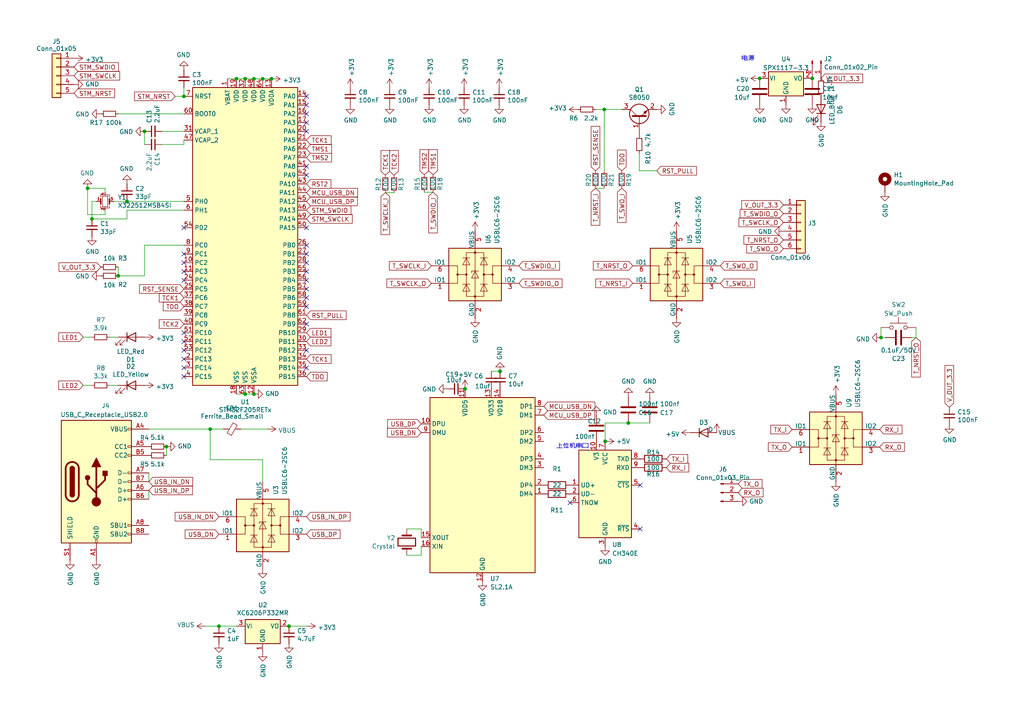
<source format=kicad_sch>
(kicad_sch (version 20230121) (generator eeschema)
  (paper "A4")
  (junction (at 134.874 112.776))
  (junction (at 235.585 22.733))
  (junction (at 63.5 181.61))
  (junction (at 53.34 27.94))
  (junction (at 76.2 22.86))
  (junction (at 36.83 58.42))
  (junction (at 48.26 129.54))
  (junction (at 175.514 128.016))
  (junction (at 145.034 107.696))
  (junction (at 25.4 54.61))
  (junction (at 68.58 22.86))
  (junction (at 73.66 114.3))
  (junction (at 71.12 22.86))
  (junction (at 41.91 38.1))
  (junction (at 78.74 22.86))
  (junction (at 60.96 124.46))
  (junction (at 182.245 122.682))
  (junction (at 26.67 63.5))
  (junction (at 255.524 97.917))
  (junction (at 83.82 181.61))
  (junction (at 220.345 22.733))
  (junction (at 175.26 31.75))
  (junction (at 73.66 22.86))
  (junction (at 71.12 114.3))
  (junction (at 34.29 80.01))
  (no_connect (at 88.9 78.74))
  (no_connect (at 88.9 27.94))
  (no_connect (at 88.9 48.26))
  (no_connect (at 88.9 73.66))
  (no_connect (at 165.354 145.796))
  (no_connect (at 88.9 76.2))
  (no_connect (at 185.674 140.716))
  (no_connect (at 88.9 88.9))
  (no_connect (at 88.9 81.28))
  (no_connect (at 88.9 38.1))
  (no_connect (at 53.34 76.2))
  (no_connect (at 185.674 153.416))
  (no_connect (at 53.34 109.22))
  (no_connect (at 53.34 101.6))
  (no_connect (at 88.9 86.36))
  (no_connect (at 88.9 33.02))
  (no_connect (at 88.9 66.04))
  (no_connect (at 53.34 73.66))
  (no_connect (at 88.9 71.12))
  (no_connect (at 88.9 101.6))
  (no_connect (at 53.34 81.28))
  (no_connect (at 53.34 96.52))
  (no_connect (at 53.34 106.68))
  (no_connect (at 88.9 93.98))
  (no_connect (at 88.9 106.68))
  (no_connect (at 53.34 99.06))
  (no_connect (at 88.9 50.8))
  (no_connect (at 53.34 66.04))
  (no_connect (at 88.9 30.48))
  (no_connect (at 88.9 83.82))
  (no_connect (at 88.9 35.56))
  (no_connect (at 53.34 104.14))
  (no_connect (at 53.34 78.74))
  (wire (pts (xy 36.83 58.42) (xy 53.34 58.42)))
  (wire (pts (xy 182.245 122.682) (xy 188.468 122.682)))
  (wire (pts (xy 34.29 80.01) (xy 41.91 80.01)))
  (wire (pts (xy 76.2 22.86) (xy 78.74 22.86)))
  (wire (pts (xy 66.04 22.86) (xy 68.58 22.86)))
  (wire (pts (xy 34.29 80.01) (xy 34.29 77.47)))
  (wire (pts (xy 60.96 124.46) (xy 60.96 133.35)))
  (wire (pts (xy 50.8 27.94) (xy 53.34 27.94)))
  (wire (pts (xy 73.66 22.86) (xy 76.2 22.86)))
  (wire (pts (xy 36.83 60.96) (xy 36.83 63.5)))
  (wire (pts (xy 46.99 41.91) (xy 53.34 41.91)))
  (wire (pts (xy 255.524 97.917) (xy 256.794 97.917)))
  (wire (pts (xy 30.48 62.23) (xy 25.4 62.23)))
  (wire (pts (xy 41.91 80.01) (xy 41.91 71.12)))
  (wire (pts (xy 30.48 54.61) (xy 30.48 55.88)))
  (wire (pts (xy 43.18 142.24) (xy 43.18 144.78)))
  (wire (pts (xy 175.514 122.682) (xy 182.245 122.682)))
  (wire (pts (xy 36.83 63.5) (xy 26.67 63.5)))
  (wire (pts (xy 33.02 58.42) (xy 36.83 58.42)))
  (wire (pts (xy 83.82 181.61) (xy 88.9 181.61)))
  (wire (pts (xy 175.26 31.75) (xy 175.26 49.53)))
  (wire (pts (xy 36.83 60.96) (xy 53.34 60.96)))
  (wire (pts (xy 265.684 97.917) (xy 264.414 97.917)))
  (wire (pts (xy 60.96 124.46) (xy 64.77 124.46)))
  (wire (pts (xy 71.12 114.3) (xy 73.66 114.3)))
  (wire (pts (xy 172.72 31.75) (xy 175.26 31.75)))
  (wire (pts (xy 41.91 71.12) (xy 53.34 71.12)))
  (wire (pts (xy 43.18 137.16) (xy 43.18 139.7)))
  (wire (pts (xy 34.29 33.02) (xy 53.34 33.02)))
  (wire (pts (xy 31.75 97.79) (xy 34.29 97.79)))
  (wire (pts (xy 68.58 22.86) (xy 71.12 22.86)))
  (wire (pts (xy 123.063 55.753) (xy 125.603 55.753)))
  (wire (pts (xy 122.174 155.956) (xy 122.174 153.416)))
  (wire (pts (xy 185.42 49.53) (xy 185.42 44.45)))
  (wire (pts (xy 26.67 58.42) (xy 26.67 63.5)))
  (wire (pts (xy 60.96 133.35) (xy 76.2 133.35)))
  (wire (pts (xy 59.69 181.61) (xy 63.5 181.61)))
  (wire (pts (xy 46.99 38.1) (xy 53.34 38.1)))
  (wire (pts (xy 180.34 31.75) (xy 175.26 31.75)))
  (wire (pts (xy 71.12 22.86) (xy 73.66 22.86)))
  (wire (pts (xy 24.13 97.79) (xy 26.67 97.79)))
  (wire (pts (xy 122.174 153.416) (xy 117.983 153.416)))
  (wire (pts (xy 30.48 60.96) (xy 30.48 62.23)))
  (wire (pts (xy 172.72 54.61) (xy 175.26 54.61)))
  (wire (pts (xy 31.75 111.76) (xy 34.29 111.76)))
  (wire (pts (xy 122.174 158.496) (xy 122.174 161.036)))
  (wire (pts (xy 255.524 94.996) (xy 255.524 97.917)))
  (wire (pts (xy 122.174 161.036) (xy 117.983 161.036)))
  (wire (pts (xy 53.34 25.4) (xy 53.34 27.94)))
  (wire (pts (xy 25.4 62.23) (xy 25.4 54.61)))
  (wire (pts (xy 24.13 111.76) (xy 26.67 111.76)))
  (wire (pts (xy 43.18 124.46) (xy 60.96 124.46)))
  (wire (pts (xy 48.26 129.54) (xy 48.26 132.08)))
  (wire (pts (xy 53.34 41.91) (xy 53.34 40.64)))
  (wire (pts (xy 63.5 181.61) (xy 68.58 181.61)))
  (wire (pts (xy 190.5 49.53) (xy 185.42 49.53)))
  (wire (pts (xy 69.85 124.46) (xy 77.47 124.46)))
  (wire (pts (xy 68.58 114.3) (xy 71.12 114.3)))
  (wire (pts (xy 175.514 128.016) (xy 175.514 122.682)))
  (wire (pts (xy 142.494 107.696) (xy 145.034 107.696)))
  (wire (pts (xy 27.94 58.42) (xy 26.67 58.42)))
  (wire (pts (xy 111.76 55.88) (xy 114.3 55.88)))
  (wire (pts (xy 76.2 133.35) (xy 76.2 139.7)))
  (wire (pts (xy 265.684 94.996) (xy 265.684 97.917)))
  (wire (pts (xy 25.4 54.61) (xy 30.48 54.61)))
  (wire (pts (xy 41.91 38.1) (xy 41.91 41.91)))
  (text "电源\n" (at 215.011 17.907 0) (effects (font (size 1.27 1.27)) (justify left bottom)))
  (text "上位机串口" (at 161.29 130.302 0) (effects (font (size 1.27 1.27)) (justify left bottom)))
  (global_label "TDO" (shape input) (at 180.34 49.53 90) (property "Intersheetrefs" "${INTERSHEET_REFS}" (effects hide)))
  (global_label "TCK1" (shape input) (at 53.34 86.36 180) (property "Intersheetrefs" "${INTERSHEET_REFS}" (effects hide)))
  (global_label "TDO" (shape input) (at 88.9 109.22 0) (property "Intersheetrefs" "${INTERSHEET_REFS}" (effects hide)))
  (global_label "T_SWDIO_I" (shape input) (at 125.603 55.753 270) (property "Intersheetrefs" "${INTERSHEET_REFS}" (effects hide)))
  (global_label "T_NRST_I" (shape input) (at 172.72 54.61 270) (property "Intersheetrefs" "${INTERSHEET_REFS}" (effects hide)))
  (global_label "T_SWO_I" (shape input) (at 208.915 82.169 0) (property "Intersheetrefs" "${INTERSHEET_REFS}" (effects hide)))
  (global_label "RX_O" (shape input) (at 214.122 142.875 0) (property "Intersheetrefs" "${INTERSHEET_REFS}" (effects hide)))
  (global_label "T_NRST_I" (shape input) (at 183.515 82.169 180) (property "Intersheetrefs" "${INTERSHEET_REFS}" (effects hide)))
  (global_label "LED1" (shape input) (at 24.13 97.79 180) (property "Intersheetrefs" "${INTERSHEET_REFS}" (effects hide)))
  (global_label "T_SWCLK_I" (shape input) (at 111.76 55.88 270) (property "Intersheetrefs" "${INTERSHEET_REFS}" (effects hide)))
  (global_label "TMS2" (shape input) (at 88.9 45.72 0) (property "Intersheetrefs" "${INTERSHEET_REFS}" (effects hide)))
  (global_label "TX_O" (shape input) (at 229.743 129.667 180) (property "Intersheetrefs" "${INTERSHEET_REFS}" (effects hide)))
  (global_label "MCU_USB_DN" (shape input) (at 157.734 117.856 0) (property "Intersheetrefs" "${INTERSHEET_REFS}" (effects hide)))
  (global_label "MCU_USB_DP" (shape input) (at 88.9 58.42 0) (property "Intersheetrefs" "${INTERSHEET_REFS}" (effects hide)))
  (global_label "USB_IN_DN" (shape input) (at 43.18 139.7 0) (property "Intersheetrefs" "${INTERSHEET_REFS}" (effects hide)))
  (global_label "STM_NRST" (shape input) (at 21.463 27.051 0) (property "Intersheetrefs" "${INTERSHEET_REFS}" (effects hide)))
  (global_label "RST_PULL" (shape input) (at 190.5 49.53 0) (property "Intersheetrefs" "${INTERSHEET_REFS}" (effects hide)))
  (global_label "T_SWO_I" (shape input) (at 180.34 54.61 270) (property "Intersheetrefs" "${INTERSHEET_REFS}" (effects hide)))
  (global_label "TCK2" (shape input) (at 53.34 93.98 180) (property "Intersheetrefs" "${INTERSHEET_REFS}" (effects hide)))
  (global_label "T_NRST_O" (shape input) (at 265.684 97.917 270) (property "Intersheetrefs" "${INTERSHEET_REFS}" (effects hide)))
  (global_label "V_OUT_3.3" (shape input) (at 227.203 59.436 180) (property "Intersheetrefs" "${INTERSHEET_REFS}" (effects hide)))
  (global_label "V_OUT_3.3" (shape input) (at 238.125 22.733 0) (property "Intersheetrefs" "${INTERSHEET_REFS}" (effects hide)))
  (global_label "T_SWCLK_O" (shape input) (at 125.095 82.169 180) (property "Intersheetrefs" "${INTERSHEET_REFS}" (effects hide)))
  (global_label "STM_SWCLK" (shape input) (at 88.9 63.5 0) (property "Intersheetrefs" "${INTERSHEET_REFS}" (effects hide)))
  (global_label "TX_I" (shape input) (at 229.743 124.587 180) (property "Intersheetrefs" "${INTERSHEET_REFS}" (effects hide)))
  (global_label "TX_O" (shape input) (at 214.122 140.335 0) (property "Intersheetrefs" "${INTERSHEET_REFS}" (effects hide)))
  (global_label "USB_DN" (shape input) (at 63.5 154.94 180) (property "Intersheetrefs" "${INTERSHEET_REFS}" (effects hide)))
  (global_label "RX_I" (shape input) (at 193.294 135.636 0) (property "Intersheetrefs" "${INTERSHEET_REFS}" (effects hide)))
  (global_label "V_OUT_3.3" (shape input) (at 29.21 77.47 180) (property "Intersheetrefs" "${INTERSHEET_REFS}" (effects hide)))
  (global_label "USB_DN" (shape input) (at 122.174 125.476 180) (property "Intersheetrefs" "${INTERSHEET_REFS}" (effects hide)))
  (global_label "RST_SENSE" (shape input) (at 172.72 49.53 90) (property "Intersheetrefs" "${INTERSHEET_REFS}" (effects hide)))
  (global_label "T_NRST_O" (shape input) (at 183.515 77.089 180) (property "Intersheetrefs" "${INTERSHEET_REFS}" (effects hide)))
  (global_label "T_NRST_O" (shape input) (at 227.203 69.596 180) (property "Intersheetrefs" "${INTERSHEET_REFS}" (effects hide)))
  (global_label "T_SWO_O" (shape input) (at 227.203 72.136 180) (property "Intersheetrefs" "${INTERSHEET_REFS}" (effects hide)))
  (global_label "TCK1" (shape input) (at 111.76 50.8 90) (property "Intersheetrefs" "${INTERSHEET_REFS}" (effects hide)))
  (global_label "TCK1" (shape input) (at 88.9 104.14 0) (property "Intersheetrefs" "${INTERSHEET_REFS}" (effects hide)))
  (global_label "LED2" (shape input) (at 88.9 99.06 0) (property "Intersheetrefs" "${INTERSHEET_REFS}" (effects hide)))
  (global_label "T_SWCLK_O" (shape input) (at 227.203 64.516 180) (property "Intersheetrefs" "${INTERSHEET_REFS}" (effects hide)))
  (global_label "USB_IN_DN" (shape input) (at 63.5 149.86 180) (property "Intersheetrefs" "${INTERSHEET_REFS}" (effects hide)))
  (global_label "RST_PULL" (shape input) (at 88.9 91.44 0) (property "Intersheetrefs" "${INTERSHEET_REFS}" (effects hide)))
  (global_label "TMS1" (shape input) (at 88.9 43.18 0) (property "Intersheetrefs" "${INTERSHEET_REFS}" (effects hide)))
  (global_label "STM_SWDIO" (shape input) (at 88.9 60.96 0) (property "Intersheetrefs" "${INTERSHEET_REFS}" (effects hide)))
  (global_label "LED1" (shape input) (at 88.9 96.52 0) (property "Intersheetrefs" "${INTERSHEET_REFS}" (effects hide)))
  (global_label "TCK1" (shape input) (at 88.9 40.64 0) (property "Intersheetrefs" "${INTERSHEET_REFS}" (effects hide)))
  (global_label "USB_IN_DP" (shape input) (at 88.9 149.86 0) (property "Intersheetrefs" "${INTERSHEET_REFS}" (effects hide)))
  (global_label "RST_SENSE" (shape input) (at 53.34 83.82 180) (property "Intersheetrefs" "${INTERSHEET_REFS}" (effects hide)))
  (global_label "RST2" (shape input) (at 88.9 53.34 0) (property "Intersheetrefs" "${INTERSHEET_REFS}" (effects hide)))
  (global_label "TMS1" (shape input) (at 125.603 50.673 90) (property "Intersheetrefs" "${INTERSHEET_REFS}" (effects hide)))
  (global_label "T_SWDIO_O" (shape input) (at 227.203 61.976 180) (property "Intersheetrefs" "${INTERSHEET_REFS}" (effects hide)))
  (global_label "STM_NRST" (shape input) (at 50.8 27.94 180) (property "Intersheetrefs" "${INTERSHEET_REFS}" (effects hide)))
  (global_label "MCU_USB_DN" (shape input) (at 88.9 55.88 0) (property "Intersheetrefs" "${INTERSHEET_REFS}" (effects hide)))
  (global_label "TCK2" (shape input) (at 114.3 50.8 90) (property "Intersheetrefs" "${INTERSHEET_REFS}" (effects hide)))
  (global_label "STM_SWCLK" (shape input) (at 21.463 21.971 0) (property "Intersheetrefs" "${INTERSHEET_REFS}" (effects hide)))
  (global_label "USB_DP" (shape input) (at 88.9 154.94 0) (property "Intersheetrefs" "${INTERSHEET_REFS}" (effects hide)))
  (global_label "USB_IN_DP" (shape input) (at 43.18 142.24 0) (property "Intersheetrefs" "${INTERSHEET_REFS}" (effects hide)))
  (global_label "T_SWDIO_I" (shape input) (at 150.495 77.089 0) (property "Intersheetrefs" "${INTERSHEET_REFS}" (effects hide)))
  (global_label "MCU_USB_DP" (shape input) (at 157.734 120.396 0) (property "Intersheetrefs" "${INTERSHEET_REFS}" (effects hide)))
  (global_label "STM_SWDIO" (shape input) (at 21.463 19.431 0) (property "Intersheetrefs" "${INTERSHEET_REFS}" (effects hide)))
  (global_label "TX_I" (shape input) (at 193.294 133.096 0) (property "Intersheetrefs" "${INTERSHEET_REFS}" (effects hide)))
  (global_label "V_OUT_3.3" (shape input) (at 275.336 118.11 90) (property "Intersheetrefs" "${INTERSHEET_REFS}" (effects hide)))
  (global_label "RX_O" (shape input) (at 255.143 129.667 0) (property "Intersheetrefs" "${INTERSHEET_REFS}" (effects hide)))
  (global_label "USB_DP" (shape input) (at 122.174 122.936 180) (property "Intersheetrefs" "${INTERSHEET_REFS}" (effects hide)))
  (global_label "TMS2" (shape input) (at 123.063 50.673 90) (property "Intersheetrefs" "${INTERSHEET_REFS}" (effects hide)))
  (global_label "T_SWCLK_I" (shape input) (at 125.095 77.089 180) (property "Intersheetrefs" "${INTERSHEET_REFS}" (effects hide)))
  (global_label "RX_I" (shape input) (at 255.143 124.587 0) (property "Intersheetrefs" "${INTERSHEET_REFS}" (effects hide)))
  (global_label "T_SWO_O" (shape input) (at 208.915 77.089 0) (property "Intersheetrefs" "${INTERSHEET_REFS}" (effects hide)))
  (global_label "T_SWDIO_O" (shape input) (at 150.495 82.169 0) (property "Intersheetrefs" "${INTERSHEET_REFS}" (effects hide)))
  (global_label "TDO" (shape input) (at 53.34 88.9 180) (property "Intersheetrefs" "${INTERSHEET_REFS}" (effects hide)))
  (global_label "LED2" (shape input) (at 24.13 111.76 180) (property "Intersheetrefs" "${INTERSHEET_REFS}" (effects hide)))
  (symbol (lib_id "Device:C_Small") (at 26.67 66.04 0) (unit 1)
    (property "Reference" "C1" (at 29.0068 64.8716 0) (effects (justify left)))
    (property "Value" "33pF" (at 29.0068 67.183 0) (effects (justify left)))
    (property "Footprint" "Capacitor_SMD:C_0402_1005Metric" (effects hide))
  )
  (symbol (lib_id "Device:C_Small") (at 36.83 55.88 0) (unit 1)
    (property "Reference" "C2" (at 39.1668 54.7116 0) (effects (justify left)))
    (property "Value" "33pF" (at 39.1668 57.023 0) (effects (justify left)))
    (property "Footprint" "Capacitor_SMD:C_0402_1005Metric" (effects hide))
  )
  (symbol (lib_id "power:GND") (at 36.83 53.34 180) (unit 1)
    (property "Reference" "#PWR03" (effects hide))
    (property "Value" "GND" (at 36.703 48.9458 0))
  )
  (symbol (lib_id "power:GND") (at 26.67 68.58 0) (unit 1)
    (property "Reference" "#PWR01" (effects hide))
    (property "Value" "GND" (at 26.797 72.9742 0))
  )
  (symbol (lib_id "Device:R_Small") (at 31.75 80.01 90) (unit 1)
    (property "Reference" "R2" (at 35.56 82.55 90))
    (property "Value" "10k" (at 31.75 82.677 90))
    (property "Footprint" "Resistor_SMD:R_0402_1005Metric" (effects hide))
  )
  (symbol (lib_id "Device:R_Small") (at 31.75 77.47 90) (unit 1)
    (property "Reference" "R3" (at 35.56 74.93 90))
    (property "Value" "10k" (at 31.75 74.93 90))
    (property "Footprint" "Resistor_SMD:R_0402_1005Metric" (effects hide))
  )
  (symbol (lib_id "power:GND") (at 29.21 80.01 270) (unit 1)
    (property "Reference" "#PWR05" (effects hide))
    (property "Value" "GND" (at 25.9588 80.137 90) (effects (justify right)))
  )
  (symbol (lib_id "Device:LED") (at 38.1 97.79 0) (unit 1)
    (property "Reference" "D1" (at 37.9222 104.267 0))
    (property "Value" "LED_Red" (at 37.9222 101.9556 0))
    (property "Footprint" "LED_SMD:LED_0603_1608Metric_Pad1.05x0.95mm_HandSolder" (effects hide))
    (property "LCSC" "C2286" (effects hide))
  )
  (symbol (lib_id "Device:LED") (at 38.1 111.76 0) (unit 1)
    (property "Reference" "D2" (at 37.9222 106.2736 0))
    (property "Value" "LED_Yellow" (at 37.9222 108.585 0))
    (property "Footprint" "LED_SMD:LED_0603_1608Metric_Pad1.05x0.95mm_HandSolder" (effects hide))
    (property "LCSC" "C72038" (effects hide))
  )
  (symbol (lib_id "AdvancedSTLink-rescue:+3.3V-power") (at 41.91 111.76 270) (unit 1)
    (property "Reference" "#PWR023" (effects hide))
    (property "Value" "+3.3V" (at 45.1612 112.141 90) (effects (justify left)))
  )
  (symbol (lib_id "Device:R_Small") (at 29.21 97.79 270) (unit 1)
    (property "Reference" "R7" (at 29.21 92.8116 90))
    (property "Value" "3.9k" (at 29.21 95.123 90))
    (property "Footprint" "Resistor_SMD:R_0402_1005Metric" (effects hide))
  )
  (symbol (lib_id "Device:R_Small") (at 29.21 111.76 270) (unit 1)
    (property "Reference" "R8" (at 29.21 106.7816 90))
    (property "Value" "3.3k" (at 29.21 109.093 90))
    (property "Footprint" "Resistor_SMD:R_0402_1005Metric" (effects hide))
  )
  (symbol (lib_id "power:GND") (at 21.463 24.511 90) (unit 1)
    (property "Reference" "#PWR030" (effects hide))
    (property "Value" "GND" (at 24.7142 24.384 90) (effects (justify right)))
  )
  (symbol (lib_id "AdvancedSTLink-rescue:+3.3V-power") (at 21.463 16.891 270) (unit 1)
    (property "Reference" "#PWR027" (effects hide))
    (property "Value" "+3.3V" (at 24.7142 17.272 90) (effects (justify left)))
  )
  (symbol (lib_id "Device:C_Small") (at 53.34 22.86 0) (unit 1)
    (property "Reference" "C3" (at 55.6768 21.6916 0) (effects (justify left)))
    (property "Value" "100nF" (at 55.6768 24.003 0) (effects (justify left)))
    (property "Footprint" "Capacitor_SMD:C_0402_1005Metric" (effects hide))
  )
  (symbol (lib_id "power:GND") (at 53.34 20.32 180) (unit 1)
    (property "Reference" "#PWR06" (effects hide))
    (property "Value" "GND" (at 53.213 15.9258 0))
  )
  (symbol (lib_id "power:GND") (at 27.94 162.56 0) (unit 1)
    (property "Reference" "#PWR04" (effects hide))
    (property "Value" "GND" (at 28.067 165.8112 90) (effects (justify right)))
  )
  (symbol (lib_id "power:GND") (at 20.32 162.56 0) (unit 1)
    (property "Reference" "#PWR02" (effects hide))
    (property "Value" "GND" (at 20.447 165.8112 90) (effects (justify right)))
  )
  (symbol (lib_id "AdvancedSTLink-rescue:USBLC6-2SC6-Power_Protection") (at 76.2 152.4 0) (unit 1)
    (property "Reference" "U3" (at 80.01 143.51 90) (effects (justify left)))
    (property "Value" "USBLC6-2SC6" (at 82.55 143.51 90) (effects (justify left)))
    (property "Footprint" "lc:SOT-23-6" (effects hide))
    (property "Datasheet" "http://www2.st.com/resource/en/datasheet/CD00050750.pdf" (effects hide))
    (property "LCSC" "C15999" (effects hide))
  )
  (symbol (lib_id "power:GND") (at 76.2 165.1 0) (unit 1)
    (property "Reference" "#PWR019" (effects hide))
    (property "Value" "GND" (at 76.327 168.3512 90) (effects (justify right)))
  )
  (symbol (lib_id "power:VBUS") (at 77.47 124.46 270) (unit 1)
    (property "Reference" "#PWR09" (effects hide))
    (property "Value" "VBUS" (at 80.7212 124.841 90) (effects (justify left)))
  )
  (symbol (lib_id "Device:R_Small") (at 45.72 129.54 270) (unit 1)
    (property "Reference" "R4" (at 41.91 127 90))
    (property "Value" "5.1k" (at 45.72 126.873 90))
    (property "Footprint" "Resistor_SMD:R_0402_1005Metric" (effects hide))
  )
  (symbol (lib_id "Device:R_Small") (at 45.72 132.08 270) (unit 1)
    (property "Reference" "R5" (at 41.91 134.62 90))
    (property "Value" "5.1k" (at 45.72 134.62 90))
    (property "Footprint" "Resistor_SMD:R_0402_1005Metric" (effects hide))
  )
  (symbol (lib_id "power:GND") (at 48.26 129.54 90) (unit 1)
    (property "Reference" "#PWR011" (effects hide))
    (property "Value" "GND" (at 51.5112 129.413 90) (effects (justify right)))
  )
  (symbol (lib_id "power:GND") (at 76.2 189.23 0) (unit 1)
    (property "Reference" "#PWR014" (effects hide))
    (property "Value" "GND" (at 76.327 192.4812 90) (effects (justify right)))
  )
  (symbol (lib_id "power:VBUS") (at 59.69 181.61 90) (unit 1)
    (property "Reference" "#PWR010" (effects hide))
    (property "Value" "VBUS" (at 56.4642 181.229 90) (effects (justify left)))
  )
  (symbol (lib_id "AdvancedSTLink-rescue:+3.3V-power") (at 88.9 181.61 270) (unit 1)
    (property "Reference" "#PWR017" (effects hide))
    (property "Value" "+3.3V" (at 92.1512 181.991 90) (effects (justify left)))
  )
  (symbol (lib_id "Device:C_Small") (at 63.5 184.15 0) (unit 1)
    (property "Reference" "C4" (at 65.8368 182.9816 0) (effects (justify left)))
    (property "Value" "1uF" (at 65.8368 185.293 0) (effects (justify left)))
    (property "Footprint" "Capacitor_SMD:C_0402_1005Metric" (effects hide))
  )
  (symbol (lib_id "power:GND") (at 63.5 186.69 0) (unit 1)
    (property "Reference" "#PWR012" (effects hide))
    (property "Value" "GND" (at 63.627 189.9412 90) (effects (justify right)))
  )
  (symbol (lib_id "Device:C_Small") (at 83.82 184.15 0) (unit 1)
    (property "Reference" "C5" (at 86.1568 182.9816 0) (effects (justify left)))
    (property "Value" "4.7uF" (at 86.1568 185.293 0) (effects (justify left)))
    (property "Footprint" "Capacitor_SMD:C_0603_1608Metric" (effects hide))
  )
  (symbol (lib_id "Regulator_Linear:XC6206PxxxMR") (at 76.2 181.61 0) (unit 1)
    (property "Reference" "U2" (at 76.2 175.4632 0))
    (property "Value" "XC6206P332MR" (at 76.2 177.7746 0))
    (property "Footprint" "lc:SOT-23(SOT-23-3)" (effects hide))
    (property "Datasheet" "https://www.torexsemi.com/file/xc6206/XC6206.pdf" (effects hide))
    (property "LCSC" "C5446" (effects hide))
  )
  (symbol (lib_id "power:GND") (at 83.82 186.69 0) (unit 1)
    (property "Reference" "#PWR016" (effects hide))
    (property "Value" "GND" (at 83.947 189.9412 90) (effects (justify right)))
  )
  (symbol (lib_id "Device:R_Small") (at 238.125 25.273 0) (unit 1)
    (property "Reference" "R9" (at 240.665 29.083 90))
    (property "Value" "1.5k" (at 240.665 24.003 90))
    (property "Footprint" "Resistor_SMD:R_0402_1005Metric" (effects hide))
  )
  (symbol (lib_id "power:GND") (at 227.203 67.056 270) (unit 1)
    (property "Reference" "#PWR040" (effects hide))
    (property "Value" "GND" (at 223.9518 67.183 90) (effects (justify right)))
  )
  (symbol (lib_id "AdvancedSTLink-rescue:+3.3V-power") (at 101.6 25.4 0) (unit 1)
    (property "Reference" "#PWR043" (effects hide))
    (property "Value" "+3.3V" (at 101.981 22.1488 90) (effects (justify left)))
  )
  (symbol (lib_id "Device:C_Small") (at 101.6 27.94 0) (unit 1)
    (property "Reference" "C8" (at 103.9368 26.7716 0) (effects (justify left)))
    (property "Value" "100nF" (at 103.9368 29.083 0) (effects (justify left)))
    (property "Footprint" "Capacitor_SMD:C_0402_1005Metric" (effects hide))
  )
  (symbol (lib_id "power:GND") (at 101.6 30.48 0) (unit 1)
    (property "Reference" "#PWR044" (effects hide))
    (property "Value" "GND" (at 101.727 34.8742 0))
  )
  (symbol (lib_id "AdvancedSTLink-rescue:+3.3V-power") (at 113.03 25.4 0) (unit 1)
    (property "Reference" "#PWR045" (effects hide))
    (property "Value" "+3.3V" (at 113.411 22.1488 90) (effects (justify left)))
  )
  (symbol (lib_id "Device:C_Small") (at 113.03 27.94 0) (unit 1)
    (property "Reference" "C9" (at 115.3668 26.7716 0) (effects (justify left)))
    (property "Value" "100nF" (at 115.3668 29.083 0) (effects (justify left)))
    (property "Footprint" "Capacitor_SMD:C_0402_1005Metric" (effects hide))
  )
  (symbol (lib_id "power:GND") (at 113.03 30.48 0) (unit 1)
    (property "Reference" "#PWR046" (effects hide))
    (property "Value" "GND" (at 113.157 34.8742 0))
  )
  (symbol (lib_id "AdvancedSTLink-rescue:+3.3V-power") (at 124.46 25.4 0) (unit 1)
    (property "Reference" "#PWR047" (effects hide))
    (property "Value" "+3.3V" (at 124.841 22.1488 90) (effects (justify left)))
  )
  (symbol (lib_id "Device:C_Small") (at 124.46 27.94 0) (unit 1)
    (property "Reference" "C10" (at 126.7968 26.7716 0) (effects (justify left)))
    (property "Value" "100nF" (at 126.7968 29.083 0) (effects (justify left)))
    (property "Footprint" "Capacitor_SMD:C_0402_1005Metric" (effects hide))
  )
  (symbol (lib_id "power:GND") (at 124.46 30.48 0) (unit 1)
    (property "Reference" "#PWR048" (effects hide))
    (property "Value" "GND" (at 124.587 34.8742 0))
  )
  (symbol (lib_id "AdvancedSTLink-rescue:+3.3V-power") (at 134.62 25.4 0) (unit 1)
    (property "Reference" "#PWR049" (effects hide))
    (property "Value" "+3.3V" (at 135.001 22.1488 90) (effects (justify left)))
  )
  (symbol (lib_id "Device:C_Small") (at 134.62 27.94 0) (unit 1)
    (property "Reference" "C11" (at 136.9568 26.7716 0) (effects (justify left)))
    (property "Value" "100nF" (at 136.9568 29.083 0) (effects (justify left)))
    (property "Footprint" "Capacitor_SMD:C_0402_1005Metric" (effects hide))
  )
  (symbol (lib_id "power:GND") (at 134.62 30.48 0) (unit 1)
    (property "Reference" "#PWR050" (effects hide))
    (property "Value" "GND" (at 134.747 34.8742 0))
  )
  (symbol (lib_id "Device:R_Small") (at 31.75 33.02 270) (unit 1)
    (property "Reference" "R17" (at 27.94 35.56 90))
    (property "Value" "100k" (at 33.02 35.56 90))
    (property "Footprint" "Resistor_SMD:R_0402_1005Metric" (effects hide))
  )
  (symbol (lib_id "power:GND") (at 29.21 33.02 270) (unit 1)
    (property "Reference" "#PWR042" (effects hide))
    (property "Value" "GND" (at 25.9588 33.147 90) (effects (justify right)))
  )
  (symbol (lib_id "AdvancedSTLink-rescue:USBLC6-2SC6-Power_Protection") (at 137.795 79.629 0) (unit 1)
    (property "Reference" "U6" (at 141.605 70.739 90) (effects (justify left)))
    (property "Value" "USBLC6-2SC6" (at 144.145 70.739 90) (effects (justify left)))
    (property "Footprint" "lc:SOT-23-6" (effects hide))
    (property "Datasheet" "http://www2.st.com/resource/en/datasheet/CD00050750.pdf" (effects hide))
    (property "LCSC" "C15999" (effects hide))
  )
  (symbol (lib_id "AdvancedSTLink-rescue:USBLC6-2SC6-Power_Protection") (at 196.215 79.629 0) (unit 1)
    (property "Reference" "U5" (at 200.025 70.739 90) (effects (justify left)))
    (property "Value" "USBLC6-2SC6" (at 202.565 70.739 90) (effects (justify left)))
    (property "Footprint" "lc:SOT-23-6" (effects hide))
    (property "Datasheet" "http://www2.st.com/resource/en/datasheet/CD00050750.pdf" (effects hide))
    (property "LCSC" "C15999" (effects hide))
  )
  (symbol (lib_id "power:GND") (at 137.795 92.329 0) (unit 1)
    (property "Reference" "#PWR0106" (effects hide))
    (property "Value" "GND" (at 137.922 95.5802 90) (effects (justify right)))
  )
  (symbol (lib_id "power:GND") (at 196.215 92.329 0) (unit 1)
    (property "Reference" "#PWR0107" (effects hide))
    (property "Value" "GND" (at 196.342 95.5802 90) (effects (justify right)))
  )
  (symbol (lib_id "AdvancedSTLink-rescue:+3.3V-power") (at 196.215 66.929 0) (unit 1)
    (property "Reference" "#PWR0108" (effects hide))
    (property "Value" "+3.3V" (at 196.596 63.6778 90) (effects (justify left)))
  )
  (symbol (lib_id "AdvancedSTLink-rescue:+3.3V-power") (at 137.795 66.929 0) (unit 1)
    (property "Reference" "#PWR0109" (effects hide))
    (property "Value" "+3.3V" (at 138.176 63.6778 90) (effects (justify left)))
  )
  (symbol (lib_id "AdvancedSTLink-rescue:STM32F205RETx-MCU_ST_STM32F2") (at 71.12 68.58 0) (unit 1)
    (property "Reference" "U1" (at 71.12 116.5606 0))
    (property "Value" "STM32F205RETx" (at 71.12 118.872 0))
    (property "Footprint" "Package_QFP:LQFP-64_10x10mm_P0.5mm" (effects hide))
    (property "Datasheet" "http://www.st.com/st-web-ui/static/active/en/resource/technical/document/datasheet/CD00237391.pdf" (effects hide))
  )
  (symbol (lib_id "AdvancedSTLink-rescue:+3.3V-power") (at 78.74 22.86 270) (unit 1)
    (property "Reference" "#PWR0102" (effects hide))
    (property "Value" "+3.3V" (at 81.9912 23.241 90) (effects (justify left)))
  )
  (symbol (lib_id "power:GND") (at 73.66 114.3 90) (unit 1)
    (property "Reference" "#PWR0103" (effects hide))
    (property "Value" "GND" (at 76.9112 114.173 90) (effects (justify right)))
  )
  (symbol (lib_id "Device:C_Small") (at 44.45 38.1 90) (unit 1)
    (property "Reference" "C13" (at 43.2816 35.7632 0) (effects (justify left)))
    (property "Value" "2.2uF" (at 45.593 35.7632 0) (effects (justify left)))
    (property "Footprint" "Capacitor_SMD:C_0402_1005Metric" (effects hide))
  )
  (symbol (lib_id "Device:C_Small") (at 44.45 41.91 270) (unit 1)
    (property "Reference" "C14" (at 45.6184 44.2468 0) (effects (justify left)))
    (property "Value" "2.2uF" (at 43.307 44.2468 0) (effects (justify left)))
    (property "Footprint" "Capacitor_SMD:C_0402_1005Metric" (effects hide))
  )
  (symbol (lib_id "power:GND") (at 41.91 38.1 270) (unit 1)
    (property "Reference" "#PWR0104" (effects hide))
    (property "Value" "GND" (at 38.6588 38.227 90) (effects (justify right)))
  )
  (symbol (lib_id "AdvancedSTLink-rescue:+3.3V-power") (at 41.91 97.79 270) (unit 1)
    (property "Reference" "#PWR0105" (effects hide))
    (property "Value" "+3.3V" (at 45.1612 98.171 90) (effects (justify left)))
  )
  (symbol (lib_id "Device:Crystal_GND24_Small") (at 30.48 58.42 0) (unit 1)
    (property "Reference" "Y1" (at 34.1376 57.2516 0) (effects (justify left)))
    (property "Value" "X322512MSB4SI" (at 34.1376 59.563 0) (effects (justify left)))
    (property "Footprint" "Crystal:Crystal_SMD_3225-4Pin_3.2x2.5mm" (effects hide))
    (property "LCSC" "C9002" (effects hide))
  )
  (symbol (lib_id "power:GND") (at 25.4 54.61 180) (unit 1)
    (property "Reference" "#PWR0110" (effects hide))
    (property "Value" "GND" (at 25.273 50.2158 0))
  )
  (symbol (lib_id "AdvancedSTLink-rescue:Ferrite_Bead_Small-Device") (at 67.31 124.46 270) (unit 1)
    (property "Reference" "FB1" (at 67.31 118.4402 90))
    (property "Value" "Ferrite_Bead_Small" (at 67.31 120.7516 90))
    (property "Footprint" "Inductor_SMD:L_0805_2012Metric" (effects hide))
  )
  (symbol (lib_id "Device:C_Small") (at 275.336 120.65 0) (unit 1)
    (property "Reference" "C15" (at 277.6728 119.4816 0) (effects (justify left)))
    (property "Value" "100nF" (at 277.6728 121.793 0) (effects (justify left)))
    (property "Footprint" "Capacitor_SMD:C_0402_1005Metric" (effects hide))
  )
  (symbol (lib_id "power:GND") (at 275.336 123.19 0) (unit 1)
    (property "Reference" "#PWR0101" (effects hide))
    (property "Value" "GND" (at 275.463 127.5842 0))
  )
  (symbol (lib_id "Device:LED") (at 238.125 31.623 270) (mirror x) (unit 1)
    (property "Reference" "D6" (at 243.6114 31.8008 0))
    (property "Value" "LED_Blue" (at 241.3 31.8008 0))
    (property "Footprint" "LED_SMD:LED_0603_1608Metric_Pad1.05x0.95mm_HandSolder" (effects hide))
    (property "LCSC" "C72041" (effects hide))
  )
  (symbol (lib_id "power:GND") (at 238.125 35.433 0) (unit 1)
    (property "Reference" "#PWR08" (effects hide))
    (property "Value" "GND" (at 238.252 38.6842 90) (effects (justify right)))
  )
  (symbol (lib_id "Transistor_BJT:MMBT3904") (at 185.42 34.29 90) (unit 1)
    (property "Reference" "Q1" (at 185.42 25.9588 90))
    (property "Value" "S8050" (at 185.42 28.2702 90))
    (property "Footprint" "lc:SOT-23(SOT-23-3)" (effects hide))
    (property "LCSC" "C2146" (effects hide))
  )
  (symbol (lib_id "Device:R_Small") (at 170.18 31.75 270) (unit 1)
    (property "Reference" "R6" (at 166.37 34.29 90))
    (property "Value" "2.2k" (at 171.45 34.29 90))
    (property "Footprint" "Resistor_SMD:R_0402_1005Metric" (effects hide))
  )
  (symbol (lib_id "AdvancedSTLink-rescue:+3.3V-power") (at 167.64 31.75 90) (unit 1)
    (property "Reference" "#PWR0112" (effects hide))
    (property "Value" "+3.3V" (at 164.3888 31.369 90) (effects (justify left)))
  )
  (symbol (lib_id "power:GND") (at 190.5 31.75 90) (unit 1)
    (property "Reference" "#PWR0113" (effects hide))
    (property "Value" "GND" (at 194.8942 31.623 0))
  )
  (symbol (lib_id "AdvancedSTLink-rescue:+3.3V-power") (at 144.78 25.4 0) (unit 1)
    (property "Reference" "#PWR0116" (effects hide))
    (property "Value" "+3.3V" (at 145.161 22.1488 90) (effects (justify left)))
  )
  (symbol (lib_id "Device:C_Small") (at 144.78 27.94 0) (unit 1)
    (property "Reference" "C18" (at 147.1168 26.7716 0) (effects (justify left)))
    (property "Value" "100nF" (at 147.1168 29.083 0) (effects (justify left)))
    (property "Footprint" "Capacitor_SMD:C_0402_1005Metric" (effects hide))
  )
  (symbol (lib_id "power:GND") (at 144.78 30.48 0) (unit 1)
    (property "Reference" "#PWR0117" (effects hide))
    (property "Value" "GND" (at 144.907 34.8742 0))
  )
  (symbol (lib_id "Device:R_Small") (at 185.42 41.91 0) (unit 1)
    (property "Reference" "R10" (at 187.96 45.72 90))
    (property "Value" "4.7k" (at 187.96 40.64 90))
    (property "Footprint" "Resistor_SMD:R_0402_1005Metric" (effects hide))
  )
  (symbol (lib_id "Device:R") (at 189.484 133.096 90) (unit 1)
    (property "Reference" "R14" (at 189.484 131.191 90))
    (property "Value" "100" (at 189.484 133.096 90))
    (property "Footprint" "Resistor_SMD:R_0402_1005Metric" (effects hide))
    (property "LCSC" "C22775" (effects hide))
  )
  (symbol (lib_id "Device:C") (at 235.585 26.543 0) (unit 1)
    (property "Reference" "C21" (at 238.506 25.7083 0) (effects (justify left)))
    (property "Value" "10uf" (at 238.506 28.2452 0) (effects (justify left)))
    (property "Footprint" "Capacitor_SMD:C_0805_2012Metric" (effects hide))
    (property "LCSC" "C15850" (effects hide))
    (property "Price" "0.06" (effects hide))
  )
  (symbol (lib_id "Regulator_Linear:AZ1117-3.3") (at 227.965 22.733 0) (unit 1)
    (property "Reference" "U4" (at 227.965 17.1282 0))
    (property "Value" "SPX1117-3.3" (at 227.965 19.6651 0))
    (property "Footprint" "Package_TO_SOT_SMD:SOT-223-3_TabPin2" (effects hide))
    (property "Datasheet" "https://www.diodes.com/assets/Datasheets/AZ1117.pdf" (effects hide))
    (property "LCSC" "C6862" (effects hide))
    (property "Price" "0.76" (effects hide))
  )
  (symbol (lib_id "Device:R_Small") (at 175.26 52.07 0) (mirror y) (unit 1)
    (property "Reference" "R21" (at 177.292 52.197 90))
    (property "Value" "100" (at 175.133 52.197 90))
    (property "Footprint" "Resistor_SMD:R_0402_1005Metric" (effects hide))
  )
  (symbol (lib_id "power:GND") (at 172.974 120.396 180) (unit 1)
    (property "Reference" "#PWR021" (effects hide))
    (property "Value" "GND" (at 174.879 119.5598 0) (effects (justify right)))
  )
  (symbol (lib_id "power:GND") (at 182.245 115.062 0) (mirror x) (unit 1)
    (property "Reference" "#PWR026" (effects hide))
    (property "Value" "GND" (at 182.245 110.6186 0))
  )
  (symbol (lib_id "Switch:SW_Push") (at 260.604 94.996 0) (unit 1)
    (property "Reference" "SW2" (at 260.604 88.3752 0))
    (property "Value" "SW_Push" (at 260.604 90.9121 0))
    (property "Footprint" "Button_Switch_SMD:SW_SPST_CK_RS282G05A3" (effects hide))
    (property "LCSC" "C557592" (effects hide))
  )
  (symbol (lib_id "power:+5V") (at 220.345 22.733 90) (unit 1)
    (property "Reference" "#PWR018" (effects hide))
    (property "Value" "+5V" (at 217.1701 23.1668 90) (effects (justify left)))
  )
  (symbol (lib_id "Device:C") (at 220.345 26.543 0) (mirror y) (unit 1)
    (property "Reference" "C20" (at 217.424 25.7083 0) (effects (justify left)))
    (property "Value" "10uf" (at 217.424 28.2452 0) (effects (justify left)))
    (property "Footprint" "Capacitor_SMD:C_0805_2012Metric" (effects hide))
    (property "LCSC" "C15850" (effects hide))
    (property "Price" "0.06" (effects hide))
  )
  (symbol (lib_id "power:+5V") (at 175.514 128.016 270) (unit 1)
    (property "Reference" "#PWR033" (effects hide))
    (property "Value" "+5V" (at 178.689 128.016 90) (effects (justify left)))
  )
  (symbol (lib_id "Connector:USB_C_Receptacle_USB2.0") (at 27.94 139.7 0) (unit 1)
    (property "Reference" "J4" (at 30.6578 117.6782 0))
    (property "Value" "USB_C_Receptacle_USB2.0" (at 30.226 120.269 0))
    (property "Footprint" "Connector_USB:USB_C_Receptacle_HRO_TYPE-C-31-M-12" (effects hide))
    (property "Datasheet" "https://www.usb.org/sites/default/files/documents/usb_type-c.zip" (effects hide))
    (property "LCSC" "C165948" (effects hide))
  )
  (symbol (lib_id "power:GND") (at 256.667 55.753 0) (unit 1)
    (property "Reference" "#PWR038" (effects hide))
    (property "Value" "GND" (at 256.794 59.0042 90) (effects (justify right)))
  )
  (symbol (lib_id "Device:C") (at 172.974 124.206 0) (unit 1)
    (property "Reference" "C12" (at 170.434 122.174 0) (effects (justify left)))
    (property "Value" "100nf" (at 166.751 126.619 0) (effects (justify left)))
    (property "Footprint" "Capacitor_SMD:C_0402_1005Metric" (effects hide))
  )
  (symbol (lib_id "power:GND") (at 175.514 158.496 0) (unit 1)
    (property "Reference" "#PWR024" (effects hide))
    (property "Value" "GND" (at 175.514 162.9394 0))
  )
  (symbol (lib_id "power:GND") (at 227.965 30.353 0) (unit 1)
    (property "Reference" "#PWR022" (effects hide))
    (property "Value" "GND" (at 227.965 34.7964 0))
  )
  (symbol (lib_id "Device:R") (at 161.544 143.256 90) (mirror x) (unit 1)
    (property "Reference" "R11" (at 161.544 147.9718 90))
    (property "Value" "22" (at 161.544 143.256 90))
    (property "Footprint" "Resistor_SMD:R_0402_1005Metric" (effects hide))
    (property "LCSC" "C23345" (effects hide))
  )
  (symbol (lib_id "Connector_Generic:Conn_01x05") (at 16.383 21.971 0) (mirror y) (unit 1)
    (property "Reference" "J5" (at 16.383 12.041 0))
    (property "Value" "Conn_01x05" (at 16.383 14.089 0))
    (property "Footprint" "KisonNew:JLinkDebugSWD" (effects hide))
  )
  (symbol (lib_id "Connector:Conn_01x03_Pin") (at 209.042 142.875 0) (unit 1)
    (property "Reference" "J6" (at 209.677 136.1145 0))
    (property "Value" "Conn_01x03_Pin" (at 209.677 138.5387 0))
    (property "Footprint" "Connector_PinHeader_2.54mm:PinHeader_1x03_P2.54mm_Vertical" (effects hide))
  )
  (symbol (lib_id "Device:C_Small") (at 142.494 110.236 0) (mirror y) (unit 1)
    (property "Reference" "C6" (at 140.1572 109.0676 0) (effects (justify left)))
    (property "Value" "10uf" (at 142.24 112.014 0) (effects (justify left)))
    (property "Footprint" "Capacitor_SMD:C_0805_2012Metric" (effects hide))
  )
  (symbol (lib_id "power:GND") (at 242.443 139.827 0) (unit 1)
    (property "Reference" "#PWR037" (effects hide))
    (property "Value" "GND" (at 242.57 143.0782 90) (effects (justify right)))
  )
  (symbol (lib_id "Device:R_Small") (at 172.72 52.07 0) (unit 1)
    (property "Reference" "R20" (at 170.688 52.197 90))
    (property "Value" "100" (at 172.847 52.197 90))
    (property "Footprint" "Resistor_SMD:R_0402_1005Metric" (effects hide))
  )
  (symbol (lib_id "Device:C") (at 260.604 97.917 270) (unit 1)
    (property "Reference" "C23" (at 260.604 104.013 90))
    (property "Value" "0.1uF/50V" (at 260.604 101.6 90))
    (property "Footprint" "Capacitor_SMD:C_0603_1608Metric" (effects hide))
  )
  (symbol (lib_id "power:GND") (at 235.585 30.353 0) (unit 1)
    (property "Reference" "#PWR025" (effects hide))
    (property "Value" "GND" (at 235.585 34.7964 0))
  )
  (symbol (lib_id "power:GND") (at 188.468 115.062 0) (mirror x) (unit 1)
    (property "Reference" "#PWR031" (effects hide))
    (property "Value" "GND" (at 188.468 110.6186 0))
  )
  (symbol (lib_id "Device:C_Small") (at 132.334 112.776 270) (unit 1)
    (property "Reference" "C19" (at 129.159 108.585 90) (effects (justify left)))
    (property "Value" "10uf" (at 129.413 110.236 90) (effects (justify left)))
    (property "Footprint" "Capacitor_SMD:C_0805_2012Metric" (effects hide))
  )
  (symbol (lib_id "Device:R_Small") (at 125.603 53.213 0) (mirror y) (unit 1)
    (property "Reference" "R18" (at 127.635 53.34 90))
    (property "Value" "100" (at 125.476 53.34 90))
    (property "Footprint" "Resistor_SMD:R_0402_1005Metric" (effects hide))
  )
  (symbol (lib_id "power:VBUS") (at 207.899 125.476 0) (mirror y) (unit 1)
    (property "Reference" "#PWR029" (effects hide))
    (property "Value" "VBUS" (at 210.82 125.476 0))
  )
  (symbol (lib_id "Connector_Generic:Conn_01x06") (at 232.283 64.516 0) (unit 1)
    (property "Reference" "J3" (at 234.315 64.762 0) (effects (justify left)))
    (property "Value" "Conn_01x06" (at 223.393 74.676 0) (effects (justify left)))
    (property "Footprint" "KisonNew:JLinkDebugSWDO" (effects hide))
  )
  (symbol (lib_id "power:+5V") (at 200.279 125.476 90) (unit 1)
    (property "Reference" "#PWR032" (effects hide))
    (property "Value" "+5V" (at 197.1041 125.9098 90) (effects (justify left)))
  )
  (symbol (lib_id "power:GND") (at 145.034 107.696 180) (unit 1)
    (property "Reference" "#PWR013" (effects hide))
    (property "Value" "GND" (at 144.907 104.4448 90) (effects (justify right)))
  )
  (symbol (lib_id "Device:C") (at 182.245 118.872 0) (mirror x) (unit 1)
    (property "Reference" "C16" (at 185.166 119.7067 0) (effects (justify left)))
    (property "Value" "100nf" (at 185.166 117.1698 0) (effects (justify left)))
    (property "Footprint" "Capacitor_SMD:C_0402_1005Metric" (effects hide))
  )
  (symbol (lib_id "Interface_USB:CH340E") (at 175.514 143.256 0) (unit 1)
    (property "Reference" "U8" (at 177.5334 157.9864 0) (effects (justify left)))
    (property "Value" "CH340E" (at 177.5334 160.5233 0) (effects (justify left)))
    (property "Footprint" "Package_SO:MSOP-10_3x3mm_P0.5mm" (effects hide))
    (property "Datasheet" "https://www.mpja.com/download/35227cpdata.pdf" (effects hide))
    (property "LCSC" "C99652" (effects hide))
  )
  (symbol (lib_id "Device:R_Small") (at 111.76 53.34 0) (unit 1)
    (property "Reference" "R12" (at 109.728 53.467 90))
    (property "Value" "100" (at 111.887 53.467 90))
    (property "Footprint" "Resistor_SMD:R_0402_1005Metric" (effects hide))
  )
  (symbol (lib_id "Device:Crystal") (at 117.983 157.226 270) (mirror x) (unit 1)
    (property "Reference" "Y2" (at 114.6556 156.0139 90) (effects (justify right)))
    (property "Value" "Crystal" (at 114.6556 158.4381 90) (effects (justify right)))
    (property "Footprint" "KisonNew:C16369" (effects hide))
  )
  (symbol (lib_id "Device:R") (at 161.544 140.716 90) (unit 1)
    (property "Reference" "R1" (at 161.544 136.0002 90))
    (property "Value" "22" (at 161.544 140.716 90))
    (property "Footprint" "Resistor_SMD:R_0402_1005Metric" (effects hide))
    (property "LCSC" "C23345" (effects hide))
  )
  (symbol (lib_id "Device:R") (at 189.484 135.636 270) (unit 1)
    (property "Reference" "R16" (at 189.484 137.541 90))
    (property "Value" "100" (at 189.484 135.636 90))
    (property "Footprint" "Resistor_SMD:R_0402_1005Metric" (effects hide))
    (property "LCSC" "C22775" (effects hide))
  )
  (symbol (lib_id "Device:R_Small") (at 123.063 53.213 0) (unit 1)
    (property "Reference" "R15" (at 121.031 53.34 90))
    (property "Value" "100" (at 123.19 53.34 90))
    (property "Footprint" "Resistor_SMD:R_0402_1005Metric" (effects hide))
  )
  (symbol (lib_id "power:GND") (at 255.524 97.917 270) (unit 1)
    (property "Reference" "#PWR028" (effects hide))
    (property "Value" "GND" (at 252.3491 98.3508 90) (effects (justify right)))
  )
  (symbol (lib_id "Device:D") (at 204.089 125.476 0) (mirror x) (unit 1)
    (property "Reference" "D3" (at 204.089 122.555 0))
    (property "Value" "D" (at 206.121 124.587 0))
    (property "Footprint" "Diode_SMD:D_SOD-323" (effects hide))
    (property "LCSC" "C191023" (effects hide))
  )
  (symbol (lib_id "Mechanical:MountingHole_Pad") (at 256.667 53.213 0) (unit 1)
    (property "Reference" "H1" (at 259.207 50.7309 0) (effects (justify left)))
    (property "Value" "MountingHole_Pad" (at 259.207 53.1551 0) (effects (justify left)))
    (property "Footprint" "MountingHole:MountingHole_2.2mm_M2_Pad_Via" (effects hide))
  )
  (symbol (lib_id "Device:R_Small") (at 180.34 52.07 0) (mirror y) (unit 1)
    (property "Reference" "R19" (at 182.372 52.197 90))
    (property "Value" "100" (at 180.213 52.197 90))
    (property "Footprint" "Resistor_SMD:R_0402_1005Metric" (effects hide))
  )
  (symbol (lib_id "AdvancedSTLink-rescue:+3.3V-power") (at 242.443 114.427 0) (unit 1)
    (property "Reference" "#PWR015" (effects hide))
    (property "Value" "+3.3V" (at 242.824 111.1758 90) (effects (justify left)))
  )
  (symbol (lib_id "AdvancedSTLink-rescue:USBLC6-2SC6-Power_Protection") (at 242.443 127.127 0) (unit 1)
    (property "Reference" "U9" (at 246.253 118.237 90) (effects (justify left)))
    (property "Value" "USBLC6-2SC6" (at 248.793 118.237 90) (effects (justify left)))
    (property "Footprint" "lc:SOT-23-6" (effects hide))
    (property "Datasheet" "http://www2.st.com/resource/en/datasheet/CD00050750.pdf" (effects hide))
    (property "LCSC" "C15999" (effects hide))
  )
  (symbol (lib_id "power:+5V") (at 134.874 112.776 0) (mirror y) (unit 1)
    (property "Reference" "#PWR034" (effects hide))
    (property "Value" "+5V" (at 134.874 108.6429 0))
  )
  (symbol (lib_id "Connector:Conn_01x02_Pin") (at 238.125 17.653 270) (unit 1)
    (property "Reference" "J2" (at 238.9632 17.0759 90) (effects (justify left)))
    (property "Value" "Conn_01x02_Pin" (at 238.9632 19.5001 90) (effects (justify left)))
    (property "Footprint" "Connector_PinHeader_2.54mm:PinHeader_1x02_P2.54mm_Vertical" (effects hide))
  )
  (symbol (lib_id "Device:R_Small") (at 114.3 53.34 0) (mirror y) (unit 1)
    (property "Reference" "R13" (at 116.332 53.467 90))
    (property "Value" "100" (at 114.173 53.467 90))
    (property "Footprint" "Resistor_SMD:R_0402_1005Metric" (effects hide))
  )
  (symbol (lib_id "power:GND") (at 214.122 145.415 90) (unit 1)
    (property "Reference" "#PWR036" (effects hide))
    (property "Value" "GND" (at 217.297 145.415 90) (effects (justify right)))
  )
  (symbol (lib_id "Device:C_Small") (at 145.034 110.236 0) (unit 1)
    (property "Reference" "C7" (at 147.3708 109.0676 0) (effects (justify left)))
    (property "Value" "10uf" (at 147.3708 111.379 0) (effects (justify left)))
    (property "Footprint" "Capacitor_SMD:C_0805_2012Metric" (effects hide))
  )
  (symbol (lib_id "Device:C") (at 188.468 118.872 0) (mirror x) (unit 1)
    (property "Reference" "C17" (at 191.389 119.7067 0) (effects (justify left)))
    (property "Value" "100nf" (at 191.389 117.1698 0) (effects (justify left)))
    (property "Footprint" "Capacitor_SMD:C_0402_1005Metric" (effects hide))
  )
  (symbol (lib_id "power:GND") (at 139.954 168.656 0) (unit 1)
    (property "Reference" "#PWR07" (effects hide))
    (property "Value" "GND" (at 140.081 171.9072 90) (effects (justify right)))
  )
  (symbol (lib_id "power:GND") (at 129.794 112.776 270) (unit 1)
    (property "Reference" "#PWR035" (effects hide))
    (property "Value" "GND" (at 126.5428 112.903 90) (effects (justify right)))
  )
  (symbol (lib_id "Interface_USB:FE1.1s") (at 139.954 140.716 0) (unit 1)
    (property "Reference" "U7" (at 142.1481 167.8361 0) (effects (justify left)))
    (property "Value" "SL2.1A" (at 142.1481 170.2603 0) (effects (justify left)))
    (property "Footprint" "Package_SO:SOP-16_4.4x10.4mm_P1.27mm" (effects hide))
    (property "Datasheet" "https://cdn-shop.adafruit.com/product-files/2991/FE1.1s+Data+Sheet+(Rev.+1.0).pdf" (effects hide))
  )
  (symbol (lib_id "power:GND") (at 220.345 30.353 0) (mirror y) (unit 1)
    (property "Reference" "#PWR020" (effects hide))
    (property "Value" "GND" (at 220.345 34.7964 0))
  )
)
</source>
